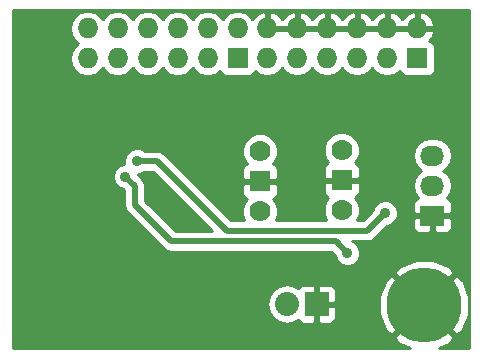
<source format=gbl>
%FSLAX46Y46*%
G04 Gerber Fmt 4.6, Leading zero omitted, Abs format (unit mm)*
G04 Created by KiCad (PCBNEW (2014-10-27 BZR 5228)-product) date 02/04/2015 10:02:40*
%MOMM*%
G01*
G04 APERTURE LIST*
%ADD10C,0.100000*%
%ADD11R,2.032000X2.032000*%
%ADD12O,2.032000X2.032000*%
%ADD13R,2.032000X1.727200*%
%ADD14O,2.032000X1.727200*%
%ADD15R,1.727200X1.727200*%
%ADD16O,1.727200X1.727200*%
%ADD17C,1.778000*%
%ADD18R,1.778000X1.778000*%
%ADD19C,6.350000*%
%ADD20C,0.889000*%
%ADD21C,0.500000*%
%ADD22C,0.254000*%
G04 APERTURE END LIST*
D10*
D11*
X150400000Y-125600000D03*
D12*
X147860000Y-125600000D03*
D13*
X160200000Y-118100000D03*
D14*
X160200000Y-115560000D03*
X160200000Y-113020000D03*
D15*
X143700000Y-104800000D03*
D16*
X143700000Y-102260000D03*
X141160000Y-104800000D03*
X141160000Y-102260000D03*
X138620000Y-104800000D03*
X138620000Y-102260000D03*
X136080000Y-104800000D03*
X136080000Y-102260000D03*
X133540000Y-104800000D03*
X133540000Y-102260000D03*
X131000000Y-104800000D03*
X131000000Y-102260000D03*
D15*
X158900000Y-104800000D03*
D16*
X158900000Y-102260000D03*
X156360000Y-104800000D03*
X156360000Y-102260000D03*
X153820000Y-104800000D03*
X153820000Y-102260000D03*
X151280000Y-104800000D03*
X151280000Y-102260000D03*
X148740000Y-104800000D03*
X148740000Y-102260000D03*
X146200000Y-104800000D03*
X146200000Y-102260000D03*
D17*
X152500000Y-117640000D03*
D18*
X152500000Y-115100000D03*
D17*
X152500000Y-112560000D03*
X145600000Y-117740000D03*
D18*
X145600000Y-115200000D03*
D17*
X145600000Y-112660000D03*
D19*
X159500000Y-125700000D03*
X128500000Y-125600000D03*
D20*
X134500000Y-122600000D03*
X134200000Y-112200000D03*
X128000000Y-119500000D03*
X128000000Y-107700000D03*
X134400000Y-119000000D03*
X136200000Y-116000000D03*
X135200000Y-113500000D03*
X156200000Y-117900000D03*
X153000000Y-121300000D03*
X134200000Y-114800000D03*
D21*
X136900000Y-113500000D02*
X135200000Y-113500000D01*
X142800000Y-119400000D02*
X136900000Y-113500000D01*
X154700000Y-119400000D02*
X142800000Y-119400000D01*
X156200000Y-117900000D02*
X154700000Y-119400000D01*
X152000000Y-120300000D02*
X153000000Y-121300000D01*
X138100000Y-120300000D02*
X152000000Y-120300000D01*
X135000000Y-117200000D02*
X138100000Y-120300000D01*
X135000000Y-115600000D02*
X135000000Y-117200000D01*
X134200000Y-114800000D02*
X135000000Y-115600000D01*
D22*
G36*
X141563420Y-119415000D02*
X138466579Y-119415000D01*
X135885000Y-116833420D01*
X135885000Y-115600005D01*
X135885000Y-115600000D01*
X135885001Y-115600000D01*
X135828810Y-115317515D01*
X135817633Y-115261326D01*
X135817633Y-115261325D01*
X135625790Y-114974211D01*
X135625790Y-114974210D01*
X135625786Y-114974207D01*
X135279650Y-114628071D01*
X135279687Y-114586216D01*
X135276940Y-114579567D01*
X135413784Y-114579687D01*
X135810689Y-114415689D01*
X135841431Y-114385000D01*
X136533420Y-114385000D01*
X141563420Y-119415000D01*
X141563420Y-119415000D01*
G37*
X141563420Y-119415000D02*
X138466579Y-119415000D01*
X135885000Y-116833420D01*
X135885000Y-115600005D01*
X135885000Y-115600000D01*
X135885001Y-115600000D01*
X135828810Y-115317515D01*
X135817633Y-115261326D01*
X135817633Y-115261325D01*
X135625790Y-114974211D01*
X135625790Y-114974210D01*
X135625786Y-114974207D01*
X135279650Y-114628071D01*
X135279687Y-114586216D01*
X135276940Y-114579567D01*
X135413784Y-114579687D01*
X135810689Y-114415689D01*
X135841431Y-114385000D01*
X136533420Y-114385000D01*
X141563420Y-119415000D01*
G36*
X163315000Y-129315000D02*
X163314898Y-129315000D01*
X163314898Y-124967197D01*
X162744074Y-123563080D01*
X162715710Y-123520630D01*
X162222875Y-123156730D01*
X162043270Y-123336335D01*
X162043270Y-122977125D01*
X161883345Y-122760536D01*
X161883345Y-115560000D01*
X161769271Y-114986511D01*
X161444415Y-114500330D01*
X161129634Y-114290000D01*
X161444415Y-114079670D01*
X161769271Y-113593489D01*
X161883345Y-113020000D01*
X161769271Y-112446511D01*
X161444415Y-111960330D01*
X160958234Y-111635474D01*
X160398600Y-111524155D01*
X160398600Y-105789910D01*
X160398600Y-105537291D01*
X160398600Y-103810091D01*
X160301927Y-103576702D01*
X160123299Y-103398073D01*
X159925880Y-103316299D01*
X160182688Y-103034947D01*
X160354958Y-102619026D01*
X160354958Y-101900974D01*
X160182688Y-101485053D01*
X159788490Y-101053179D01*
X159259027Y-100805032D01*
X159027000Y-100925531D01*
X159027000Y-102133000D01*
X160233817Y-102133000D01*
X160354958Y-101900974D01*
X160354958Y-102619026D01*
X160233817Y-102387000D01*
X159027000Y-102387000D01*
X159027000Y-102407000D01*
X158773000Y-102407000D01*
X158773000Y-102387000D01*
X158773000Y-102133000D01*
X158773000Y-100925531D01*
X158540973Y-100805032D01*
X158011510Y-101053179D01*
X157630000Y-101471152D01*
X157248490Y-101053179D01*
X156719027Y-100805032D01*
X156487000Y-100925531D01*
X156487000Y-102133000D01*
X157566183Y-102133000D01*
X157693817Y-102133000D01*
X158773000Y-102133000D01*
X158773000Y-102387000D01*
X157693817Y-102387000D01*
X157566183Y-102387000D01*
X156487000Y-102387000D01*
X156487000Y-102407000D01*
X156233000Y-102407000D01*
X156233000Y-102387000D01*
X156233000Y-102133000D01*
X156233000Y-100925531D01*
X156000973Y-100805032D01*
X155471510Y-101053179D01*
X155090000Y-101471152D01*
X154708490Y-101053179D01*
X154179027Y-100805032D01*
X153947000Y-100925531D01*
X153947000Y-102133000D01*
X155026183Y-102133000D01*
X155153817Y-102133000D01*
X156233000Y-102133000D01*
X156233000Y-102387000D01*
X155153817Y-102387000D01*
X155026183Y-102387000D01*
X153947000Y-102387000D01*
X153947000Y-102407000D01*
X153693000Y-102407000D01*
X153693000Y-102387000D01*
X153693000Y-102133000D01*
X153693000Y-100925531D01*
X153460973Y-100805032D01*
X152931510Y-101053179D01*
X152550000Y-101471152D01*
X152168490Y-101053179D01*
X151639027Y-100805032D01*
X151407000Y-100925531D01*
X151407000Y-102133000D01*
X152486183Y-102133000D01*
X152613817Y-102133000D01*
X153693000Y-102133000D01*
X153693000Y-102387000D01*
X152613817Y-102387000D01*
X152486183Y-102387000D01*
X151407000Y-102387000D01*
X151407000Y-102407000D01*
X151153000Y-102407000D01*
X151153000Y-102387000D01*
X151153000Y-102133000D01*
X151153000Y-100925531D01*
X150920973Y-100805032D01*
X150391510Y-101053179D01*
X150010000Y-101471152D01*
X149628490Y-101053179D01*
X149099027Y-100805032D01*
X148867000Y-100925531D01*
X148867000Y-102133000D01*
X149946183Y-102133000D01*
X150073817Y-102133000D01*
X151153000Y-102133000D01*
X151153000Y-102387000D01*
X150073817Y-102387000D01*
X149946183Y-102387000D01*
X148867000Y-102387000D01*
X148867000Y-102407000D01*
X148613000Y-102407000D01*
X148613000Y-102387000D01*
X148613000Y-102133000D01*
X148613000Y-100925531D01*
X148380973Y-100805032D01*
X147851510Y-101053179D01*
X147470000Y-101471152D01*
X147088490Y-101053179D01*
X146559027Y-100805032D01*
X146327000Y-100925531D01*
X146327000Y-102133000D01*
X147406183Y-102133000D01*
X147533817Y-102133000D01*
X148613000Y-102133000D01*
X148613000Y-102387000D01*
X147533817Y-102387000D01*
X147406183Y-102387000D01*
X146327000Y-102387000D01*
X146327000Y-102407000D01*
X146073000Y-102407000D01*
X146073000Y-102387000D01*
X146053000Y-102387000D01*
X146053000Y-102133000D01*
X146073000Y-102133000D01*
X146073000Y-100925531D01*
X145840973Y-100805032D01*
X145311510Y-101053179D01*
X144953086Y-101445859D01*
X144789029Y-101200330D01*
X144302848Y-100875474D01*
X143729359Y-100761400D01*
X143670641Y-100761400D01*
X143097152Y-100875474D01*
X142610971Y-101200330D01*
X142430000Y-101471172D01*
X142249029Y-101200330D01*
X141762848Y-100875474D01*
X141189359Y-100761400D01*
X141130641Y-100761400D01*
X140557152Y-100875474D01*
X140070971Y-101200330D01*
X139890000Y-101471172D01*
X139709029Y-101200330D01*
X139222848Y-100875474D01*
X138649359Y-100761400D01*
X138590641Y-100761400D01*
X138017152Y-100875474D01*
X137530971Y-101200330D01*
X137350000Y-101471172D01*
X137169029Y-101200330D01*
X136682848Y-100875474D01*
X136109359Y-100761400D01*
X136050641Y-100761400D01*
X135477152Y-100875474D01*
X134990971Y-101200330D01*
X134810000Y-101471172D01*
X134629029Y-101200330D01*
X134142848Y-100875474D01*
X133569359Y-100761400D01*
X133510641Y-100761400D01*
X132937152Y-100875474D01*
X132450971Y-101200330D01*
X132270000Y-101471172D01*
X132089029Y-101200330D01*
X131602848Y-100875474D01*
X131029359Y-100761400D01*
X130970641Y-100761400D01*
X130397152Y-100875474D01*
X129910971Y-101200330D01*
X129586115Y-101686511D01*
X129472041Y-102260000D01*
X129586115Y-102833489D01*
X129910971Y-103319670D01*
X130225751Y-103530000D01*
X129910971Y-103740330D01*
X129586115Y-104226511D01*
X129472041Y-104800000D01*
X129586115Y-105373489D01*
X129910971Y-105859670D01*
X130397152Y-106184526D01*
X130970641Y-106298600D01*
X131029359Y-106298600D01*
X131602848Y-106184526D01*
X132089029Y-105859670D01*
X132270000Y-105588827D01*
X132450971Y-105859670D01*
X132937152Y-106184526D01*
X133510641Y-106298600D01*
X133569359Y-106298600D01*
X134142848Y-106184526D01*
X134629029Y-105859670D01*
X134810000Y-105588827D01*
X134990971Y-105859670D01*
X135477152Y-106184526D01*
X136050641Y-106298600D01*
X136109359Y-106298600D01*
X136682848Y-106184526D01*
X137169029Y-105859670D01*
X137350000Y-105588827D01*
X137530971Y-105859670D01*
X138017152Y-106184526D01*
X138590641Y-106298600D01*
X138649359Y-106298600D01*
X139222848Y-106184526D01*
X139709029Y-105859670D01*
X139890000Y-105588827D01*
X140070971Y-105859670D01*
X140557152Y-106184526D01*
X141130641Y-106298600D01*
X141189359Y-106298600D01*
X141762848Y-106184526D01*
X142234356Y-105869473D01*
X142298073Y-106023298D01*
X142476701Y-106201927D01*
X142710090Y-106298600D01*
X142962709Y-106298600D01*
X144689909Y-106298600D01*
X144923298Y-106201927D01*
X145101927Y-106023299D01*
X145156972Y-105890407D01*
X145597152Y-106184526D01*
X146170641Y-106298600D01*
X146229359Y-106298600D01*
X146802848Y-106184526D01*
X147289029Y-105859670D01*
X147470000Y-105588827D01*
X147650971Y-105859670D01*
X148137152Y-106184526D01*
X148710641Y-106298600D01*
X148769359Y-106298600D01*
X149342848Y-106184526D01*
X149829029Y-105859670D01*
X150010000Y-105588827D01*
X150190971Y-105859670D01*
X150677152Y-106184526D01*
X151250641Y-106298600D01*
X151309359Y-106298600D01*
X151882848Y-106184526D01*
X152369029Y-105859670D01*
X152550000Y-105588827D01*
X152730971Y-105859670D01*
X153217152Y-106184526D01*
X153790641Y-106298600D01*
X153849359Y-106298600D01*
X154422848Y-106184526D01*
X154909029Y-105859670D01*
X155090000Y-105588827D01*
X155270971Y-105859670D01*
X155757152Y-106184526D01*
X156330641Y-106298600D01*
X156389359Y-106298600D01*
X156962848Y-106184526D01*
X157434356Y-105869473D01*
X157498073Y-106023298D01*
X157676701Y-106201927D01*
X157910090Y-106298600D01*
X158162709Y-106298600D01*
X159889909Y-106298600D01*
X160123298Y-106201927D01*
X160301927Y-106023299D01*
X160398600Y-105789910D01*
X160398600Y-111524155D01*
X160384745Y-111521400D01*
X160015255Y-111521400D01*
X159441766Y-111635474D01*
X158955585Y-111960330D01*
X158630729Y-112446511D01*
X158516655Y-113020000D01*
X158630729Y-113593489D01*
X158955585Y-114079670D01*
X159270365Y-114290000D01*
X158955585Y-114500330D01*
X158630729Y-114986511D01*
X158516655Y-115560000D01*
X158630729Y-116133489D01*
X158955585Y-116619670D01*
X158977780Y-116634500D01*
X158824302Y-116698073D01*
X158645673Y-116876701D01*
X158549000Y-117110090D01*
X158549000Y-117362709D01*
X158549000Y-117814250D01*
X158707750Y-117973000D01*
X160073000Y-117973000D01*
X160073000Y-117953000D01*
X160327000Y-117953000D01*
X160327000Y-117973000D01*
X161692250Y-117973000D01*
X161851000Y-117814250D01*
X161851000Y-117362709D01*
X161851000Y-117110090D01*
X161754327Y-116876701D01*
X161575698Y-116698073D01*
X161422219Y-116634500D01*
X161444415Y-116619670D01*
X161769271Y-116133489D01*
X161883345Y-115560000D01*
X161883345Y-122760536D01*
X161851000Y-122716730D01*
X161851000Y-119089910D01*
X161851000Y-118837291D01*
X161851000Y-118385750D01*
X161692250Y-118227000D01*
X160327000Y-118227000D01*
X160327000Y-119439850D01*
X160485750Y-119598600D01*
X161342309Y-119598600D01*
X161575698Y-119501927D01*
X161754327Y-119323299D01*
X161851000Y-119089910D01*
X161851000Y-122716730D01*
X161679370Y-122484290D01*
X160282876Y-121895063D01*
X160073000Y-121893683D01*
X160073000Y-119439850D01*
X160073000Y-118227000D01*
X158707750Y-118227000D01*
X158549000Y-118385750D01*
X158549000Y-118837291D01*
X158549000Y-119089910D01*
X158645673Y-119323299D01*
X158824302Y-119501927D01*
X159057691Y-119598600D01*
X159914250Y-119598600D01*
X160073000Y-119439850D01*
X160073000Y-121893683D01*
X158767197Y-121885102D01*
X157363080Y-122455926D01*
X157320630Y-122484290D01*
X157279687Y-122539739D01*
X157279687Y-117686216D01*
X157115689Y-117289311D01*
X156812286Y-116985378D01*
X156415668Y-116820687D01*
X155986216Y-116820313D01*
X155589311Y-116984311D01*
X155285378Y-117287714D01*
X155120687Y-117684332D01*
X155120649Y-117727771D01*
X154333420Y-118515000D01*
X153780616Y-118515000D01*
X153791231Y-118504404D01*
X154023735Y-117944472D01*
X154024264Y-117338188D01*
X154024264Y-112258188D01*
X153792738Y-111697851D01*
X153364404Y-111268769D01*
X152804472Y-111036265D01*
X152198188Y-111035736D01*
X151637851Y-111267262D01*
X151208769Y-111695596D01*
X150976265Y-112255528D01*
X150975736Y-112861812D01*
X151207262Y-113422149D01*
X151397073Y-113612292D01*
X151251302Y-113672673D01*
X151072673Y-113851301D01*
X150976000Y-114084690D01*
X150976000Y-114337309D01*
X150976000Y-114814250D01*
X151134750Y-114973000D01*
X152373000Y-114973000D01*
X152373000Y-114953000D01*
X152627000Y-114953000D01*
X152627000Y-114973000D01*
X153865250Y-114973000D01*
X154024000Y-114814250D01*
X154024000Y-114337309D01*
X154024000Y-114084690D01*
X153927327Y-113851301D01*
X153748698Y-113672673D01*
X153602988Y-113612318D01*
X153791231Y-113424404D01*
X154023735Y-112864472D01*
X154024264Y-112258188D01*
X154024264Y-117338188D01*
X153792738Y-116777851D01*
X153602926Y-116587707D01*
X153748698Y-116527327D01*
X153927327Y-116348699D01*
X154024000Y-116115310D01*
X154024000Y-115862691D01*
X154024000Y-115385750D01*
X153865250Y-115227000D01*
X152627000Y-115227000D01*
X152627000Y-115247000D01*
X152373000Y-115247000D01*
X152373000Y-115227000D01*
X151134750Y-115227000D01*
X150976000Y-115385750D01*
X150976000Y-115862691D01*
X150976000Y-116115310D01*
X151072673Y-116348699D01*
X151251302Y-116527327D01*
X151397011Y-116587681D01*
X151208769Y-116775596D01*
X150976265Y-117335528D01*
X150975736Y-117941812D01*
X151207262Y-118502149D01*
X151220090Y-118515000D01*
X146928354Y-118515000D01*
X147123735Y-118044472D01*
X147124264Y-117438188D01*
X147124264Y-112358188D01*
X146892738Y-111797851D01*
X146464404Y-111368769D01*
X145904472Y-111136265D01*
X145298188Y-111135736D01*
X144737851Y-111367262D01*
X144308769Y-111795596D01*
X144076265Y-112355528D01*
X144075736Y-112961812D01*
X144307262Y-113522149D01*
X144497073Y-113712292D01*
X144351302Y-113772673D01*
X144172673Y-113951301D01*
X144076000Y-114184690D01*
X144076000Y-114437309D01*
X144076000Y-114914250D01*
X144234750Y-115073000D01*
X145473000Y-115073000D01*
X145473000Y-115053000D01*
X145727000Y-115053000D01*
X145727000Y-115073000D01*
X146965250Y-115073000D01*
X147124000Y-114914250D01*
X147124000Y-114437309D01*
X147124000Y-114184690D01*
X147027327Y-113951301D01*
X146848698Y-113772673D01*
X146702988Y-113712318D01*
X146891231Y-113524404D01*
X147123735Y-112964472D01*
X147124264Y-112358188D01*
X147124264Y-117438188D01*
X146892738Y-116877851D01*
X146702926Y-116687707D01*
X146848698Y-116627327D01*
X147027327Y-116448699D01*
X147124000Y-116215310D01*
X147124000Y-115962691D01*
X147124000Y-115485750D01*
X146965250Y-115327000D01*
X145727000Y-115327000D01*
X145727000Y-115347000D01*
X145473000Y-115347000D01*
X145473000Y-115327000D01*
X144234750Y-115327000D01*
X144076000Y-115485750D01*
X144076000Y-115962691D01*
X144076000Y-116215310D01*
X144172673Y-116448699D01*
X144351302Y-116627327D01*
X144497011Y-116687681D01*
X144308769Y-116875596D01*
X144076265Y-117435528D01*
X144075736Y-118041812D01*
X144271252Y-118515000D01*
X143166579Y-118515000D01*
X137525790Y-112874210D01*
X137238675Y-112682367D01*
X137182484Y-112671189D01*
X136900000Y-112614999D01*
X136899994Y-112615000D01*
X135841856Y-112615000D01*
X135812286Y-112585378D01*
X135415668Y-112420687D01*
X134986216Y-112420313D01*
X134589311Y-112584311D01*
X134285378Y-112887714D01*
X134120687Y-113284332D01*
X134120313Y-113713784D01*
X134123059Y-113720432D01*
X133986216Y-113720313D01*
X133589311Y-113884311D01*
X133285378Y-114187714D01*
X133120687Y-114584332D01*
X133120313Y-115013784D01*
X133284311Y-115410689D01*
X133587714Y-115714622D01*
X133984332Y-115879313D01*
X134027771Y-115879350D01*
X134115000Y-115966579D01*
X134115000Y-117199994D01*
X134114999Y-117200000D01*
X134171189Y-117482484D01*
X134182367Y-117538675D01*
X134374210Y-117825790D01*
X137474207Y-120925786D01*
X137474210Y-120925790D01*
X137761325Y-121117633D01*
X137761326Y-121117633D01*
X137817515Y-121128810D01*
X138100000Y-121185001D01*
X138100000Y-121185000D01*
X138100005Y-121185000D01*
X151633420Y-121185000D01*
X151920349Y-121471928D01*
X151920313Y-121513784D01*
X152084311Y-121910689D01*
X152387714Y-122214622D01*
X152784332Y-122379313D01*
X153213784Y-122379687D01*
X153610689Y-122215689D01*
X153914622Y-121912286D01*
X154079313Y-121515668D01*
X154079687Y-121086216D01*
X153915689Y-120689311D01*
X153612286Y-120385378D01*
X153370550Y-120285000D01*
X154699994Y-120285000D01*
X154700000Y-120285001D01*
X154700000Y-120285000D01*
X154982484Y-120228810D01*
X155038674Y-120217633D01*
X155038675Y-120217633D01*
X155325790Y-120025790D01*
X156371928Y-118979650D01*
X156413784Y-118979687D01*
X156810689Y-118815689D01*
X157114622Y-118512286D01*
X157279313Y-118115668D01*
X157279687Y-117686216D01*
X157279687Y-122539739D01*
X156956730Y-122977125D01*
X159500000Y-125520395D01*
X162043270Y-122977125D01*
X162043270Y-123336335D01*
X159679605Y-125700000D01*
X162222875Y-128243270D01*
X162715710Y-127879370D01*
X163304937Y-126482876D01*
X163314898Y-124967197D01*
X163314898Y-129315000D01*
X160724513Y-129315000D01*
X161636920Y-128944074D01*
X161679370Y-128915710D01*
X162043270Y-128422875D01*
X159500000Y-125879605D01*
X159320395Y-126059210D01*
X159320395Y-125700000D01*
X156777125Y-123156730D01*
X156284290Y-123520630D01*
X155695063Y-124917124D01*
X155685102Y-126432803D01*
X156255926Y-127836920D01*
X156284290Y-127879370D01*
X156777125Y-128243270D01*
X159320395Y-125700000D01*
X159320395Y-126059210D01*
X156956730Y-128422875D01*
X157320630Y-128915710D01*
X158266964Y-129315000D01*
X152051000Y-129315000D01*
X152051000Y-126742309D01*
X152051000Y-125885750D01*
X152051000Y-125314250D01*
X152051000Y-124457691D01*
X151954327Y-124224302D01*
X151775699Y-124045673D01*
X151542310Y-123949000D01*
X151289691Y-123949000D01*
X150685750Y-123949000D01*
X150527000Y-124107750D01*
X150527000Y-125473000D01*
X151892250Y-125473000D01*
X152051000Y-125314250D01*
X152051000Y-125885750D01*
X151892250Y-125727000D01*
X150527000Y-125727000D01*
X150527000Y-127092250D01*
X150685750Y-127251000D01*
X151289691Y-127251000D01*
X151542310Y-127251000D01*
X151775699Y-127154327D01*
X151954327Y-126975698D01*
X152051000Y-126742309D01*
X152051000Y-129315000D01*
X150273000Y-129315000D01*
X150273000Y-127092250D01*
X150273000Y-125727000D01*
X150253000Y-125727000D01*
X150253000Y-125473000D01*
X150273000Y-125473000D01*
X150273000Y-124107750D01*
X150114250Y-123949000D01*
X149510309Y-123949000D01*
X149257690Y-123949000D01*
X149024301Y-124045673D01*
X148845673Y-124224302D01*
X148828001Y-124266965D01*
X148491810Y-124042330D01*
X147860000Y-123916655D01*
X147228190Y-124042330D01*
X146692567Y-124400222D01*
X146334675Y-124935845D01*
X146209000Y-125567655D01*
X146209000Y-125632345D01*
X146334675Y-126264155D01*
X146692567Y-126799778D01*
X147228190Y-127157670D01*
X147860000Y-127283345D01*
X148491810Y-127157670D01*
X148828001Y-126933034D01*
X148845673Y-126975698D01*
X149024301Y-127154327D01*
X149257690Y-127251000D01*
X149510309Y-127251000D01*
X150114250Y-127251000D01*
X150273000Y-127092250D01*
X150273000Y-129315000D01*
X124685000Y-129315000D01*
X124685000Y-100685000D01*
X163315000Y-100685000D01*
X163315000Y-129315000D01*
X163315000Y-129315000D01*
G37*
X163315000Y-129315000D02*
X163314898Y-129315000D01*
X163314898Y-124967197D01*
X162744074Y-123563080D01*
X162715710Y-123520630D01*
X162222875Y-123156730D01*
X162043270Y-123336335D01*
X162043270Y-122977125D01*
X161883345Y-122760536D01*
X161883345Y-115560000D01*
X161769271Y-114986511D01*
X161444415Y-114500330D01*
X161129634Y-114290000D01*
X161444415Y-114079670D01*
X161769271Y-113593489D01*
X161883345Y-113020000D01*
X161769271Y-112446511D01*
X161444415Y-111960330D01*
X160958234Y-111635474D01*
X160398600Y-111524155D01*
X160398600Y-105789910D01*
X160398600Y-105537291D01*
X160398600Y-103810091D01*
X160301927Y-103576702D01*
X160123299Y-103398073D01*
X159925880Y-103316299D01*
X160182688Y-103034947D01*
X160354958Y-102619026D01*
X160354958Y-101900974D01*
X160182688Y-101485053D01*
X159788490Y-101053179D01*
X159259027Y-100805032D01*
X159027000Y-100925531D01*
X159027000Y-102133000D01*
X160233817Y-102133000D01*
X160354958Y-101900974D01*
X160354958Y-102619026D01*
X160233817Y-102387000D01*
X159027000Y-102387000D01*
X159027000Y-102407000D01*
X158773000Y-102407000D01*
X158773000Y-102387000D01*
X158773000Y-102133000D01*
X158773000Y-100925531D01*
X158540973Y-100805032D01*
X158011510Y-101053179D01*
X157630000Y-101471152D01*
X157248490Y-101053179D01*
X156719027Y-100805032D01*
X156487000Y-100925531D01*
X156487000Y-102133000D01*
X157566183Y-102133000D01*
X157693817Y-102133000D01*
X158773000Y-102133000D01*
X158773000Y-102387000D01*
X157693817Y-102387000D01*
X157566183Y-102387000D01*
X156487000Y-102387000D01*
X156487000Y-102407000D01*
X156233000Y-102407000D01*
X156233000Y-102387000D01*
X156233000Y-102133000D01*
X156233000Y-100925531D01*
X156000973Y-100805032D01*
X155471510Y-101053179D01*
X155090000Y-101471152D01*
X154708490Y-101053179D01*
X154179027Y-100805032D01*
X153947000Y-100925531D01*
X153947000Y-102133000D01*
X155026183Y-102133000D01*
X155153817Y-102133000D01*
X156233000Y-102133000D01*
X156233000Y-102387000D01*
X155153817Y-102387000D01*
X155026183Y-102387000D01*
X153947000Y-102387000D01*
X153947000Y-102407000D01*
X153693000Y-102407000D01*
X153693000Y-102387000D01*
X153693000Y-102133000D01*
X153693000Y-100925531D01*
X153460973Y-100805032D01*
X152931510Y-101053179D01*
X152550000Y-101471152D01*
X152168490Y-101053179D01*
X151639027Y-100805032D01*
X151407000Y-100925531D01*
X151407000Y-102133000D01*
X152486183Y-102133000D01*
X152613817Y-102133000D01*
X153693000Y-102133000D01*
X153693000Y-102387000D01*
X152613817Y-102387000D01*
X152486183Y-102387000D01*
X151407000Y-102387000D01*
X151407000Y-102407000D01*
X151153000Y-102407000D01*
X151153000Y-102387000D01*
X151153000Y-102133000D01*
X151153000Y-100925531D01*
X150920973Y-100805032D01*
X150391510Y-101053179D01*
X150010000Y-101471152D01*
X149628490Y-101053179D01*
X149099027Y-100805032D01*
X148867000Y-100925531D01*
X148867000Y-102133000D01*
X149946183Y-102133000D01*
X150073817Y-102133000D01*
X151153000Y-102133000D01*
X151153000Y-102387000D01*
X150073817Y-102387000D01*
X149946183Y-102387000D01*
X148867000Y-102387000D01*
X148867000Y-102407000D01*
X148613000Y-102407000D01*
X148613000Y-102387000D01*
X148613000Y-102133000D01*
X148613000Y-100925531D01*
X148380973Y-100805032D01*
X147851510Y-101053179D01*
X147470000Y-101471152D01*
X147088490Y-101053179D01*
X146559027Y-100805032D01*
X146327000Y-100925531D01*
X146327000Y-102133000D01*
X147406183Y-102133000D01*
X147533817Y-102133000D01*
X148613000Y-102133000D01*
X148613000Y-102387000D01*
X147533817Y-102387000D01*
X147406183Y-102387000D01*
X146327000Y-102387000D01*
X146327000Y-102407000D01*
X146073000Y-102407000D01*
X146073000Y-102387000D01*
X146053000Y-102387000D01*
X146053000Y-102133000D01*
X146073000Y-102133000D01*
X146073000Y-100925531D01*
X145840973Y-100805032D01*
X145311510Y-101053179D01*
X144953086Y-101445859D01*
X144789029Y-101200330D01*
X144302848Y-100875474D01*
X143729359Y-100761400D01*
X143670641Y-100761400D01*
X143097152Y-100875474D01*
X142610971Y-101200330D01*
X142430000Y-101471172D01*
X142249029Y-101200330D01*
X141762848Y-100875474D01*
X141189359Y-100761400D01*
X141130641Y-100761400D01*
X140557152Y-100875474D01*
X140070971Y-101200330D01*
X139890000Y-101471172D01*
X139709029Y-101200330D01*
X139222848Y-100875474D01*
X138649359Y-100761400D01*
X138590641Y-100761400D01*
X138017152Y-100875474D01*
X137530971Y-101200330D01*
X137350000Y-101471172D01*
X137169029Y-101200330D01*
X136682848Y-100875474D01*
X136109359Y-100761400D01*
X136050641Y-100761400D01*
X135477152Y-100875474D01*
X134990971Y-101200330D01*
X134810000Y-101471172D01*
X134629029Y-101200330D01*
X134142848Y-100875474D01*
X133569359Y-100761400D01*
X133510641Y-100761400D01*
X132937152Y-100875474D01*
X132450971Y-101200330D01*
X132270000Y-101471172D01*
X132089029Y-101200330D01*
X131602848Y-100875474D01*
X131029359Y-100761400D01*
X130970641Y-100761400D01*
X130397152Y-100875474D01*
X129910971Y-101200330D01*
X129586115Y-101686511D01*
X129472041Y-102260000D01*
X129586115Y-102833489D01*
X129910971Y-103319670D01*
X130225751Y-103530000D01*
X129910971Y-103740330D01*
X129586115Y-104226511D01*
X129472041Y-104800000D01*
X129586115Y-105373489D01*
X129910971Y-105859670D01*
X130397152Y-106184526D01*
X130970641Y-106298600D01*
X131029359Y-106298600D01*
X131602848Y-106184526D01*
X132089029Y-105859670D01*
X132270000Y-105588827D01*
X132450971Y-105859670D01*
X132937152Y-106184526D01*
X133510641Y-106298600D01*
X133569359Y-106298600D01*
X134142848Y-106184526D01*
X134629029Y-105859670D01*
X134810000Y-105588827D01*
X134990971Y-105859670D01*
X135477152Y-106184526D01*
X136050641Y-106298600D01*
X136109359Y-106298600D01*
X136682848Y-106184526D01*
X137169029Y-105859670D01*
X137350000Y-105588827D01*
X137530971Y-105859670D01*
X138017152Y-106184526D01*
X138590641Y-106298600D01*
X138649359Y-106298600D01*
X139222848Y-106184526D01*
X139709029Y-105859670D01*
X139890000Y-105588827D01*
X140070971Y-105859670D01*
X140557152Y-106184526D01*
X141130641Y-106298600D01*
X141189359Y-106298600D01*
X141762848Y-106184526D01*
X142234356Y-105869473D01*
X142298073Y-106023298D01*
X142476701Y-106201927D01*
X142710090Y-106298600D01*
X142962709Y-106298600D01*
X144689909Y-106298600D01*
X144923298Y-106201927D01*
X145101927Y-106023299D01*
X145156972Y-105890407D01*
X145597152Y-106184526D01*
X146170641Y-106298600D01*
X146229359Y-106298600D01*
X146802848Y-106184526D01*
X147289029Y-105859670D01*
X147470000Y-105588827D01*
X147650971Y-105859670D01*
X148137152Y-106184526D01*
X148710641Y-106298600D01*
X148769359Y-106298600D01*
X149342848Y-106184526D01*
X149829029Y-105859670D01*
X150010000Y-105588827D01*
X150190971Y-105859670D01*
X150677152Y-106184526D01*
X151250641Y-106298600D01*
X151309359Y-106298600D01*
X151882848Y-106184526D01*
X152369029Y-105859670D01*
X152550000Y-105588827D01*
X152730971Y-105859670D01*
X153217152Y-106184526D01*
X153790641Y-106298600D01*
X153849359Y-106298600D01*
X154422848Y-106184526D01*
X154909029Y-105859670D01*
X155090000Y-105588827D01*
X155270971Y-105859670D01*
X155757152Y-106184526D01*
X156330641Y-106298600D01*
X156389359Y-106298600D01*
X156962848Y-106184526D01*
X157434356Y-105869473D01*
X157498073Y-106023298D01*
X157676701Y-106201927D01*
X157910090Y-106298600D01*
X158162709Y-106298600D01*
X159889909Y-106298600D01*
X160123298Y-106201927D01*
X160301927Y-106023299D01*
X160398600Y-105789910D01*
X160398600Y-111524155D01*
X160384745Y-111521400D01*
X160015255Y-111521400D01*
X159441766Y-111635474D01*
X158955585Y-111960330D01*
X158630729Y-112446511D01*
X158516655Y-113020000D01*
X158630729Y-113593489D01*
X158955585Y-114079670D01*
X159270365Y-114290000D01*
X158955585Y-114500330D01*
X158630729Y-114986511D01*
X158516655Y-115560000D01*
X158630729Y-116133489D01*
X158955585Y-116619670D01*
X158977780Y-116634500D01*
X158824302Y-116698073D01*
X158645673Y-116876701D01*
X158549000Y-117110090D01*
X158549000Y-117362709D01*
X158549000Y-117814250D01*
X158707750Y-117973000D01*
X160073000Y-117973000D01*
X160073000Y-117953000D01*
X160327000Y-117953000D01*
X160327000Y-117973000D01*
X161692250Y-117973000D01*
X161851000Y-117814250D01*
X161851000Y-117362709D01*
X161851000Y-117110090D01*
X161754327Y-116876701D01*
X161575698Y-116698073D01*
X161422219Y-116634500D01*
X161444415Y-116619670D01*
X161769271Y-116133489D01*
X161883345Y-115560000D01*
X161883345Y-122760536D01*
X161851000Y-122716730D01*
X161851000Y-119089910D01*
X161851000Y-118837291D01*
X161851000Y-118385750D01*
X161692250Y-118227000D01*
X160327000Y-118227000D01*
X160327000Y-119439850D01*
X160485750Y-119598600D01*
X161342309Y-119598600D01*
X161575698Y-119501927D01*
X161754327Y-119323299D01*
X161851000Y-119089910D01*
X161851000Y-122716730D01*
X161679370Y-122484290D01*
X160282876Y-121895063D01*
X160073000Y-121893683D01*
X160073000Y-119439850D01*
X160073000Y-118227000D01*
X158707750Y-118227000D01*
X158549000Y-118385750D01*
X158549000Y-118837291D01*
X158549000Y-119089910D01*
X158645673Y-119323299D01*
X158824302Y-119501927D01*
X159057691Y-119598600D01*
X159914250Y-119598600D01*
X160073000Y-119439850D01*
X160073000Y-121893683D01*
X158767197Y-121885102D01*
X157363080Y-122455926D01*
X157320630Y-122484290D01*
X157279687Y-122539739D01*
X157279687Y-117686216D01*
X157115689Y-117289311D01*
X156812286Y-116985378D01*
X156415668Y-116820687D01*
X155986216Y-116820313D01*
X155589311Y-116984311D01*
X155285378Y-117287714D01*
X155120687Y-117684332D01*
X155120649Y-117727771D01*
X154333420Y-118515000D01*
X153780616Y-118515000D01*
X153791231Y-118504404D01*
X154023735Y-117944472D01*
X154024264Y-117338188D01*
X154024264Y-112258188D01*
X153792738Y-111697851D01*
X153364404Y-111268769D01*
X152804472Y-111036265D01*
X152198188Y-111035736D01*
X151637851Y-111267262D01*
X151208769Y-111695596D01*
X150976265Y-112255528D01*
X150975736Y-112861812D01*
X151207262Y-113422149D01*
X151397073Y-113612292D01*
X151251302Y-113672673D01*
X151072673Y-113851301D01*
X150976000Y-114084690D01*
X150976000Y-114337309D01*
X150976000Y-114814250D01*
X151134750Y-114973000D01*
X152373000Y-114973000D01*
X152373000Y-114953000D01*
X152627000Y-114953000D01*
X152627000Y-114973000D01*
X153865250Y-114973000D01*
X154024000Y-114814250D01*
X154024000Y-114337309D01*
X154024000Y-114084690D01*
X153927327Y-113851301D01*
X153748698Y-113672673D01*
X153602988Y-113612318D01*
X153791231Y-113424404D01*
X154023735Y-112864472D01*
X154024264Y-112258188D01*
X154024264Y-117338188D01*
X153792738Y-116777851D01*
X153602926Y-116587707D01*
X153748698Y-116527327D01*
X153927327Y-116348699D01*
X154024000Y-116115310D01*
X154024000Y-115862691D01*
X154024000Y-115385750D01*
X153865250Y-115227000D01*
X152627000Y-115227000D01*
X152627000Y-115247000D01*
X152373000Y-115247000D01*
X152373000Y-115227000D01*
X151134750Y-115227000D01*
X150976000Y-115385750D01*
X150976000Y-115862691D01*
X150976000Y-116115310D01*
X151072673Y-116348699D01*
X151251302Y-116527327D01*
X151397011Y-116587681D01*
X151208769Y-116775596D01*
X150976265Y-117335528D01*
X150975736Y-117941812D01*
X151207262Y-118502149D01*
X151220090Y-118515000D01*
X146928354Y-118515000D01*
X147123735Y-118044472D01*
X147124264Y-117438188D01*
X147124264Y-112358188D01*
X146892738Y-111797851D01*
X146464404Y-111368769D01*
X145904472Y-111136265D01*
X145298188Y-111135736D01*
X144737851Y-111367262D01*
X144308769Y-111795596D01*
X144076265Y-112355528D01*
X144075736Y-112961812D01*
X144307262Y-113522149D01*
X144497073Y-113712292D01*
X144351302Y-113772673D01*
X144172673Y-113951301D01*
X144076000Y-114184690D01*
X144076000Y-114437309D01*
X144076000Y-114914250D01*
X144234750Y-115073000D01*
X145473000Y-115073000D01*
X145473000Y-115053000D01*
X145727000Y-115053000D01*
X145727000Y-115073000D01*
X146965250Y-115073000D01*
X147124000Y-114914250D01*
X147124000Y-114437309D01*
X147124000Y-114184690D01*
X147027327Y-113951301D01*
X146848698Y-113772673D01*
X146702988Y-113712318D01*
X146891231Y-113524404D01*
X147123735Y-112964472D01*
X147124264Y-112358188D01*
X147124264Y-117438188D01*
X146892738Y-116877851D01*
X146702926Y-116687707D01*
X146848698Y-116627327D01*
X147027327Y-116448699D01*
X147124000Y-116215310D01*
X147124000Y-115962691D01*
X147124000Y-115485750D01*
X146965250Y-115327000D01*
X145727000Y-115327000D01*
X145727000Y-115347000D01*
X145473000Y-115347000D01*
X145473000Y-115327000D01*
X144234750Y-115327000D01*
X144076000Y-115485750D01*
X144076000Y-115962691D01*
X144076000Y-116215310D01*
X144172673Y-116448699D01*
X144351302Y-116627327D01*
X144497011Y-116687681D01*
X144308769Y-116875596D01*
X144076265Y-117435528D01*
X144075736Y-118041812D01*
X144271252Y-118515000D01*
X143166579Y-118515000D01*
X137525790Y-112874210D01*
X137238675Y-112682367D01*
X137182484Y-112671189D01*
X136900000Y-112614999D01*
X136899994Y-112615000D01*
X135841856Y-112615000D01*
X135812286Y-112585378D01*
X135415668Y-112420687D01*
X134986216Y-112420313D01*
X134589311Y-112584311D01*
X134285378Y-112887714D01*
X134120687Y-113284332D01*
X134120313Y-113713784D01*
X134123059Y-113720432D01*
X133986216Y-113720313D01*
X133589311Y-113884311D01*
X133285378Y-114187714D01*
X133120687Y-114584332D01*
X133120313Y-115013784D01*
X133284311Y-115410689D01*
X133587714Y-115714622D01*
X133984332Y-115879313D01*
X134027771Y-115879350D01*
X134115000Y-115966579D01*
X134115000Y-117199994D01*
X134114999Y-117200000D01*
X134171189Y-117482484D01*
X134182367Y-117538675D01*
X134374210Y-117825790D01*
X137474207Y-120925786D01*
X137474210Y-120925790D01*
X137761325Y-121117633D01*
X137761326Y-121117633D01*
X137817515Y-121128810D01*
X138100000Y-121185001D01*
X138100000Y-121185000D01*
X138100005Y-121185000D01*
X151633420Y-121185000D01*
X151920349Y-121471928D01*
X151920313Y-121513784D01*
X152084311Y-121910689D01*
X152387714Y-122214622D01*
X152784332Y-122379313D01*
X153213784Y-122379687D01*
X153610689Y-122215689D01*
X153914622Y-121912286D01*
X154079313Y-121515668D01*
X154079687Y-121086216D01*
X153915689Y-120689311D01*
X153612286Y-120385378D01*
X153370550Y-120285000D01*
X154699994Y-120285000D01*
X154700000Y-120285001D01*
X154700000Y-120285000D01*
X154982484Y-120228810D01*
X155038674Y-120217633D01*
X155038675Y-120217633D01*
X155325790Y-120025790D01*
X156371928Y-118979650D01*
X156413784Y-118979687D01*
X156810689Y-118815689D01*
X157114622Y-118512286D01*
X157279313Y-118115668D01*
X157279687Y-117686216D01*
X157279687Y-122539739D01*
X156956730Y-122977125D01*
X159500000Y-125520395D01*
X162043270Y-122977125D01*
X162043270Y-123336335D01*
X159679605Y-125700000D01*
X162222875Y-128243270D01*
X162715710Y-127879370D01*
X163304937Y-126482876D01*
X163314898Y-124967197D01*
X163314898Y-129315000D01*
X160724513Y-129315000D01*
X161636920Y-128944074D01*
X161679370Y-128915710D01*
X162043270Y-128422875D01*
X159500000Y-125879605D01*
X159320395Y-126059210D01*
X159320395Y-125700000D01*
X156777125Y-123156730D01*
X156284290Y-123520630D01*
X155695063Y-124917124D01*
X155685102Y-126432803D01*
X156255926Y-127836920D01*
X156284290Y-127879370D01*
X156777125Y-128243270D01*
X159320395Y-125700000D01*
X159320395Y-126059210D01*
X156956730Y-128422875D01*
X157320630Y-128915710D01*
X158266964Y-129315000D01*
X152051000Y-129315000D01*
X152051000Y-126742309D01*
X152051000Y-125885750D01*
X152051000Y-125314250D01*
X152051000Y-124457691D01*
X151954327Y-124224302D01*
X151775699Y-124045673D01*
X151542310Y-123949000D01*
X151289691Y-123949000D01*
X150685750Y-123949000D01*
X150527000Y-124107750D01*
X150527000Y-125473000D01*
X151892250Y-125473000D01*
X152051000Y-125314250D01*
X152051000Y-125885750D01*
X151892250Y-125727000D01*
X150527000Y-125727000D01*
X150527000Y-127092250D01*
X150685750Y-127251000D01*
X151289691Y-127251000D01*
X151542310Y-127251000D01*
X151775699Y-127154327D01*
X151954327Y-126975698D01*
X152051000Y-126742309D01*
X152051000Y-129315000D01*
X150273000Y-129315000D01*
X150273000Y-127092250D01*
X150273000Y-125727000D01*
X150253000Y-125727000D01*
X150253000Y-125473000D01*
X150273000Y-125473000D01*
X150273000Y-124107750D01*
X150114250Y-123949000D01*
X149510309Y-123949000D01*
X149257690Y-123949000D01*
X149024301Y-124045673D01*
X148845673Y-124224302D01*
X148828001Y-124266965D01*
X148491810Y-124042330D01*
X147860000Y-123916655D01*
X147228190Y-124042330D01*
X146692567Y-124400222D01*
X146334675Y-124935845D01*
X146209000Y-125567655D01*
X146209000Y-125632345D01*
X146334675Y-126264155D01*
X146692567Y-126799778D01*
X147228190Y-127157670D01*
X147860000Y-127283345D01*
X148491810Y-127157670D01*
X148828001Y-126933034D01*
X148845673Y-126975698D01*
X149024301Y-127154327D01*
X149257690Y-127251000D01*
X149510309Y-127251000D01*
X150114250Y-127251000D01*
X150273000Y-127092250D01*
X150273000Y-129315000D01*
X124685000Y-129315000D01*
X124685000Y-100685000D01*
X163315000Y-100685000D01*
X163315000Y-129315000D01*
M02*

</source>
